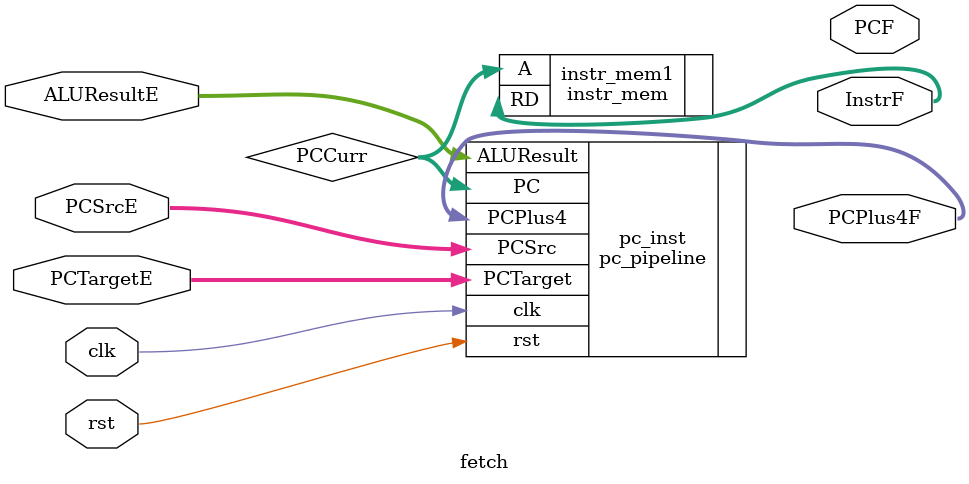
<source format=sv>
module fetch(

    input logic        clk,
    input logic        rst,
    input logic [1:0]  PCSrcE,
    input logic [31:0] PCTargetE,
    input logic [31:0] ALUResultE,


    output logic [31:0] InstrF,
    output logic [31:0] PCF,
    output logic [31:0] PCPlus4F

);


logic [31:0] PCCurr;
logic [31:0] PCFNext;

pc_pipeline pc_inst(

    .clk(clk),
    .rst(rst),
    .PCSrc(PCSrcE),
    .ALUResult(ALUResultE),
    .PCTarget(PCTargetE),
    .PCPlus4(PCPlus4F),
    .PC(PCCurr)

);


instr_mem instr_mem1(

    .A(PCCurr),

    .RD(InstrF)

);


endmodule

</source>
